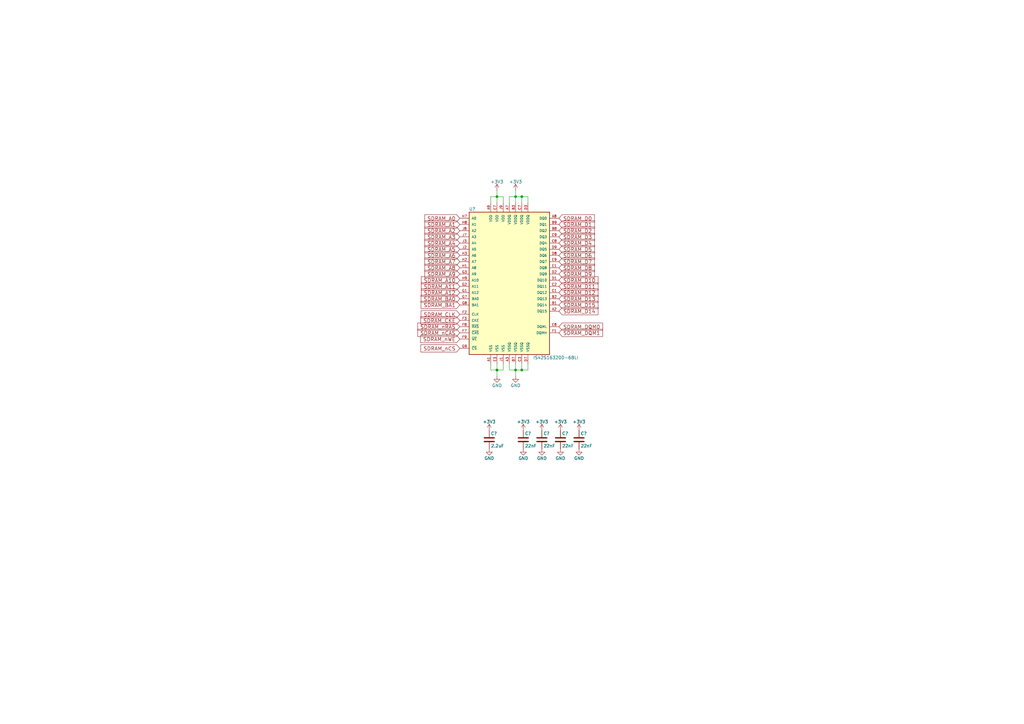
<source format=kicad_sch>
(kicad_sch (version 20231120) (generator "eeschema") (generator_version "8.0")
  (paper "A3")
  (title_block (title "${project_name}") (date "2025-04-05") (rev "${project_version}") (company "${project_creator}") (comment 1 "${project_license}") (comment 2 "Apache License 2.0"))
  (lib_symbols
    (symbol "Device:C" (pin_numbers hide) (pin_names (offset 0.254))
      (property "Reference" "C" (at 0.635 2.54 0))
      (property "Value" "C" (at 0.635 -2.54 0))
      (symbol "C_0_1"
        (polyline (pts (xy -2.032 -0.762) (xy 2.032 -0.762)) (stroke (width 0.508)))
        (polyline (pts (xy -2.032 0.762) (xy 2.032 0.762)) (stroke (width 0.508)))
      )
      (symbol "C_1_1"
        (pin passive line (at 0 3.81 270) (length 2.794) (name "~") (number "1"))
        (pin passive line (at 0 -3.81 90) (length 2.794) (name "~") (number "2"))
      )
    )
    (symbol "mt48lc16m16a2tg:IS42S16320D-6BLI" (pin_names (offset 1.016))
      (property "Reference" "U" (at -15.24 30.48 0))
      (property "Value" "IS42S16320D-6BLI" (at 16.51 -30.48 0))
      (symbol "IS42S16320D-6BLI_0_1"
        (rectangle (start -16.51 29.21) (end 16.51 -29.21) (stroke (width 0.254)) (fill (type background)))
      )
      (symbol "IS42S16320D-6BLI_1_1"
        (pin power_in line (at -7.62 -33.02 90) (length 3.81) (name "VSS") (number "A1"))
        (pin bidirectional line (at 20.32 -11.43 180) (length 3.81) (name "DQ15") (number "A2"))
        (pin power_in line (at 0 -33.02 90) (length 3.81) (name "VSSQ") (number "A3"))
        (pin power_in line (at 0 33.02 270) (length 3.81) (name "VDDQ") (number "A7"))
        (pin bidirectional line (at 20.32 26.67 180) (length 3.81) (name "DQ0") (number "A8"))
        (pin power_in line (at -7.62 33.02 270) (length 3.81) (name "VDD") (number "A9"))
        (pin bidirectional line (at 20.32 -8.89 180) (length 3.81) (name "DQ14") (number "B1"))
        (pin bidirectional line (at 20.32 -6.35 180) (length 3.81) (name "DQ13") (number "B2"))
        (pin power_in line (at 2.54 33.02 270) (length 3.81) (name "VDDQ") (number "B3"))
        (pin power_in line (at 2.54 -33.02 90) (length 3.81) (name "VSSQ") (number "B7"))
        (pin bidirectional line (at 20.32 21.59 180) (length 3.81) (name "DQ2") (number "B8"))
        (pin bidirectional line (at 20.32 24.13 180) (length 3.81) (name "DQ1") (number "B9"))
        (pin bidirectional line (at 20.32 -3.81 180) (length 3.81) (name "DQ12") (number "C1"))
        (pin bidirectional line (at 20.32 -1.27 180) (length 3.81) (name "DQ11") (number "C2"))
        (pin power_in line (at 5.08 -33.02 90) (length 3.81) (name "VSSQ") (number "C3"))
        (pin power_in line (at 5.08 33.02 270) (length 3.81) (name "VDDQ") (number "C7"))
        (pin bidirectional line (at 20.32 16.51 180) (length 3.81) (name "DQ4") (number "C8"))
        (pin bidirectional line (at 20.32 19.05 180) (length 3.81) (name "DQ3") (number "C9"))
        (pin bidirectional line (at 20.32 1.27 180) (length 3.81) (name "DQ10") (number "D1"))
        (pin bidirectional line (at 20.32 3.81 180) (length 3.81) (name "DQ9") (number "D2"))
        (pin power_in line (at 7.62 33.02 270) (length 3.81) (name "VDDQ") (number "D3"))
        (pin power_in line (at 7.62 -33.02 90) (length 3.81) (name "VSSQ") (number "D7"))
        (pin bidirectional line (at 20.32 11.43 180) (length 3.81) (name "DQ6") (number "D8"))
        (pin bidirectional line (at 20.32 13.97 180) (length 3.81) (name "DQ5") (number "D9"))
        (pin bidirectional line (at 20.32 6.35 180) (length 3.81) (name "DQ8") (number "E1"))
        (pin power_in line (at -5.08 -33.02 90) (length 3.81) (name "VSS") (number "E3"))
        (pin power_in line (at -5.08 33.02 270) (length 3.81) (name "VDD") (number "E7"))
        (pin input line (at 20.32 -17.78 180) (length 3.81) (name "DQML") (number "E8"))
        (pin bidirectional line (at 20.32 8.89 180) (length 3.81) (name "DQ7") (number "E9"))
        (pin input line (at 20.32 -20.32 180) (length 3.81) (name "DQMH") (number "F1"))
        (pin input line (at -20.32 -12.7 0) (length 3.81) (name "CLK") (number "F2"))
        (pin input line (at -20.32 -15.24 0) (length 3.81) (name "CKE") (number "F3"))
        (pin input line (at -20.32 -20.32 0) (length 3.81) (name "~{CAS}") (number "F7"))
        (pin input line (at -20.32 -17.78 0) (length 3.81) (name "~{RAS}") (number "F8"))
        (pin input line (at -20.32 -22.86 0) (length 3.81) (name "~{WE}") (number "F9"))
        (pin input line (at -20.32 -3.81 0) (length 3.81) (name "A12") (number "G1"))
        (pin input line (at -20.32 -1.27 0) (length 3.81) (name "A11") (number "G2"))
        (pin input line (at -20.32 3.81 0) (length 3.81) (name "A9") (number "G3"))
        (pin input line (at -20.32 -6.35 0) (length 3.81) (name "BA0") (number "G7"))
        (pin input line (at -20.32 -8.89 0) (length 3.81) (name "BA1") (number "G8"))
        (pin input line (at -20.32 -26.67 0) (length 3.81) (name "~{CS}") (number "G9"))
        (pin input line (at -20.32 6.35 0) (length 3.81) (name "A8") (number "H1"))
        (pin input line (at -20.32 8.89 0) (length 3.81) (name "A7") (number "H2"))
        (pin input line (at -20.32 11.43 0) (length 3.81) (name "A6") (number "H3"))
        (pin input line (at -20.32 26.67 0) (length 3.81) (name "A0") (number "H7"))
        (pin input line (at -20.32 24.13 0) (length 3.81) (name "A1") (number "H8"))
        (pin input line (at -20.32 1.27 0) (length 3.81) (name "A10") (number "H9"))
        (pin power_in line (at -2.54 -33.02 90) (length 3.81) (name "VSS") (number "J1"))
        (pin input line (at -20.32 13.97 0) (length 3.81) (name "A5") (number "J2"))
        (pin input line (at -20.32 16.51 0) (length 3.81) (name "A4") (number "J3"))
        (pin input line (at -20.32 19.05 0) (length 3.81) (name "A3") (number "J7"))
        (pin input line (at -20.32 21.59 0) (length 3.81) (name "A2") (number "J8"))
        (pin power_in line (at -2.54 33.02 270) (length 3.81) (name "VDD") (number "J9"))
      )
    )
    (symbol "ulx4m-rescue:+3V3-power" (power) (pin_names (offset 0))
      (property "Value" "power_+3V3" (at 0 3.556 0))
      (symbol "+3V3-power_0_1"
        (polyline (pts (xy -0.762 1.27) (xy 0 2.54)))
        (polyline (pts (xy 0 0) (xy 0 2.54)))
        (polyline (pts (xy 0 2.54) (xy 0.762 1.27)))
      )
      (symbol "+3V3-power_1_1"
        (pin power_in line (at 0 0 90) (length 0) hide (name "+3V3") (number "1"))
      )
    )
    (symbol "ulx4m-rescue:GND-power" (power) (pin_names (offset 0))
      (property "Value" "power_GND" (at 0 -3.81 0))
      (symbol "GND-power_0_1"
        (polyline (pts (xy 0 0) (xy 0 -1.27) (xy 1.27 -1.27) (xy 0 -2.54) (xy -1.27 -1.27) (xy 0 -1.27)))
      )
      (symbol "GND-power_1_1"
        (pin power_in line (at 0 0 270) (length 0) hide (name "GND") (number "1"))
      )
    )
  )
  (junction (at 203.835 80.645))
  (junction (at 213.995 151.765))
  (junction (at 203.835 151.765))
  (junction (at 211.455 151.765))
  (junction (at 213.995 80.645))
  (junction (at 211.455 80.645))
  (wire (pts (xy 208.915 80.645) (xy 211.455 80.645)))
  (wire (pts (xy 206.375 80.645) (xy 206.375 83.185)))
  (wire (pts (xy 203.835 80.645) (xy 206.375 80.645)))
  (wire (pts (xy 211.455 80.645) (xy 211.455 83.185)))
  (wire (pts (xy 211.455 151.765) (xy 213.995 151.765)))
  (wire (pts (xy 213.995 151.765) (xy 216.535 151.765)))
  (wire (pts (xy 208.915 149.225) (xy 208.915 151.765)))
  (wire (pts (xy 208.915 83.185) (xy 208.915 80.645)))
  (wire (pts (xy 211.455 78.105) (xy 211.455 80.645)))
  (wire (pts (xy 211.455 151.765) (xy 211.455 154.305)))
  (wire (pts (xy 216.535 151.765) (xy 216.535 149.225)))
  (wire (pts (xy 213.995 83.185) (xy 213.995 80.645)))
  (wire (pts (xy 211.455 80.645) (xy 213.995 80.645)))
  (wire (pts (xy 201.295 83.185) (xy 201.295 80.645)))
  (wire (pts (xy 201.295 151.765) (xy 203.835 151.765)))
  (wire (pts (xy 203.835 80.645) (xy 203.835 83.185)))
  (wire (pts (xy 203.835 78.105) (xy 203.835 80.645)))
  (wire (pts (xy 203.835 149.225) (xy 203.835 151.765)))
  (wire (pts (xy 206.375 151.765) (xy 206.375 149.225)))
  (wire (pts (xy 208.915 151.765) (xy 211.455 151.765)))
  (wire (pts (xy 211.455 149.225) (xy 211.455 151.765)))
  (wire (pts (xy 216.535 80.645) (xy 216.535 83.185)))
  (wire (pts (xy 201.295 80.645) (xy 203.835 80.645)))
  (wire (pts (xy 203.835 151.765) (xy 203.835 154.305)))
  (wire (pts (xy 213.995 80.645) (xy 216.535 80.645)))
  (wire (pts (xy 203.835 151.765) (xy 206.375 151.765)))
  (wire (pts (xy 201.295 149.225) (xy 201.295 151.765)))
  (wire (pts (xy 213.995 149.225) (xy 213.995 151.765)))
  (global_label "SDRAM_D4" (shape input) (at 229.235 99.695 0) (effects (font (size 1.524 1.524))) (property "Intersheetrefs" "${INTERSHEET_REFS}" (effects (hide yes))))
  (global_label "SDRAM_A12" (shape input) (at 188.595 120.015 180) (effects (font (size 1.524 1.524))) (property "Intersheetrefs" "${INTERSHEET_REFS}" (effects (hide yes))))
  (global_label "SDRAM_A2" (shape input) (at 188.595 94.615 180) (effects (font (size 1.524 1.524))) (property "Intersheetrefs" "${INTERSHEET_REFS}" (effects (hide yes))))
  (global_label "SDRAM_D14" (shape input) (at 229.235 127.635 0) (effects (font (size 1.524 1.524))) (property "Intersheetrefs" "${INTERSHEET_REFS}" (effects (hide yes))))
  (global_label "SDRAM_nWE" (shape input) (at 188.595 139.065 180) (effects (font (size 1.524 1.524))) (property "Intersheetrefs" "${INTERSHEET_REFS}" (effects (hide yes))))
  (global_label "SDRAM_BA0" (shape input) (at 188.595 122.555 180) (effects (font (size 1.524 1.524))) (property "Intersheetrefs" "${INTERSHEET_REFS}" (effects (hide yes))))
  (global_label "SDRAM_D2" (shape input) (at 229.235 94.615 0) (effects (font (size 1.524 1.524))) (property "Intersheetrefs" "${INTERSHEET_REFS}" (effects (hide yes))))
  (global_label "SDRAM_A0" (shape input) (at 188.595 89.535 180) (effects (font (size 1.524 1.524))) (property "Intersheetrefs" "${INTERSHEET_REFS}" (effects (hide yes))))
  (global_label "SDRAM_A6" (shape input) (at 188.595 104.775 180) (effects (font (size 1.524 1.524))) (property "Intersheetrefs" "${INTERSHEET_REFS}" (effects (hide yes))))
  (global_label "SDRAM_D8" (shape input) (at 229.235 109.855 0) (effects (font (size 1.524 1.524))) (property "Intersheetrefs" "${INTERSHEET_REFS}" (effects (hide yes))))
  (global_label "SDRAM_D0" (shape input) (at 229.235 89.535 0) (effects (font (size 1.524 1.524))) (property "Intersheetrefs" "${INTERSHEET_REFS}" (effects (hide yes))))
  (global_label "SDRAM_DQM1" (shape input) (at 229.235 136.525 0) (effects (font (size 1.524 1.524))) (property "Intersheetrefs" "${INTERSHEET_REFS}" (effects (hide yes))))
  (global_label "SDRAM_nRAS" (shape input) (at 188.595 133.985 180) (effects (font (size 1.524 1.524))) (property "Intersheetrefs" "${INTERSHEET_REFS}" (effects (hide yes))))
  (global_label "SDRAM_D11" (shape input) (at 229.235 117.475 0) (effects (font (size 1.524 1.524))) (property "Intersheetrefs" "${INTERSHEET_REFS}" (effects (hide yes))))
  (global_label "SDRAM_D10" (shape input) (at 229.235 114.935 0) (effects (font (size 1.524 1.524))) (property "Intersheetrefs" "${INTERSHEET_REFS}" (effects (hide yes))))
  (global_label "SDRAM_D15" (shape input) (at 229.235 125.095 0) (effects (font (size 1.524 1.524))) (property "Intersheetrefs" "${INTERSHEET_REFS}" (effects (hide yes))))
  (global_label "SDRAM_A1" (shape input) (at 188.595 92.075 180) (effects (font (size 1.524 1.524))) (property "Intersheetrefs" "${INTERSHEET_REFS}" (effects (hide yes))))
  (global_label "SDRAM_A3" (shape input) (at 188.595 97.155 180) (effects (font (size 1.524 1.524))) (property "Intersheetrefs" "${INTERSHEET_REFS}" (effects (hide yes))))
  (global_label "SDRAM_nCS" (shape input) (at 188.595 142.875 180) (effects (font (size 1.524 1.524))) (property "Intersheetrefs" "${INTERSHEET_REFS}" (effects (hide yes))))
  (global_label "SDRAM_A9" (shape input) (at 188.595 112.395 180) (effects (font (size 1.524 1.524))) (property "Intersheetrefs" "${INTERSHEET_REFS}" (effects (hide yes))))
  (global_label "SDRAM_A10" (shape input) (at 188.595 114.935 180) (effects (font (size 1.524 1.524))) (property "Intersheetrefs" "${INTERSHEET_REFS}" (effects (hide yes))))
  (global_label "SDRAM_A7" (shape input) (at 188.595 107.315 180) (effects (font (size 1.524 1.524))) (property "Intersheetrefs" "${INTERSHEET_REFS}" (effects (hide yes))))
  (global_label "SDRAM_D7" (shape input) (at 229.235 107.315 0) (effects (font (size 1.524 1.524))) (property "Intersheetrefs" "${INTERSHEET_REFS}" (effects (hide yes))))
  (global_label "SDRAM_A11" (shape input) (at 188.595 117.475 180) (effects (font (size 1.524 1.524))) (property "Intersheetrefs" "${INTERSHEET_REFS}" (effects (hide yes))))
  (global_label "SDRAM_CKE" (shape input) (at 188.595 131.445 180) (effects (font (size 1.524 1.524))) (property "Intersheetrefs" "${INTERSHEET_REFS}" (effects (hide yes))))
  (global_label "SDRAM_D6" (shape input) (at 229.235 104.775 0) (effects (font (size 1.524 1.524))) (property "Intersheetrefs" "${INTERSHEET_REFS}" (effects (hide yes))))
  (global_label "SDRAM_D1" (shape input) (at 229.235 92.075 0) (effects (font (size 1.524 1.524))) (property "Intersheetrefs" "${INTERSHEET_REFS}" (effects (hide yes))))
  (global_label "SDRAM_CLK" (shape input) (at 188.595 128.905 180) (effects (font (size 1.524 1.524))) (property "Intersheetrefs" "${INTERSHEET_REFS}" (effects (hide yes))))
  (global_label "SDRAM_D3" (shape input) (at 229.235 97.155 0) (effects (font (size 1.524 1.524))) (property "Intersheetrefs" "${INTERSHEET_REFS}" (effects (hide yes))))
  (global_label "SDRAM_A5" (shape input) (at 188.595 102.235 180) (effects (font (size 1.524 1.524))) (property "Intersheetrefs" "${INTERSHEET_REFS}" (effects (hide yes))))
  (global_label "SDRAM_D12" (shape input) (at 229.235 120.015 0) (effects (font (size 1.524 1.524))) (property "Intersheetrefs" "${INTERSHEET_REFS}" (effects (hide yes))))
  (global_label "SDRAM_A4" (shape input) (at 188.595 99.695 180) (effects (font (size 1.524 1.524))) (property "Intersheetrefs" "${INTERSHEET_REFS}" (effects (hide yes))))
  (global_label "SDRAM_D9" (shape input) (at 229.235 112.395 0) (effects (font (size 1.524 1.524))) (property "Intersheetrefs" "${INTERSHEET_REFS}" (effects (hide yes))))
  (global_label "SDRAM_nCAS" (shape input) (at 188.595 136.525 180) (effects (font (size 1.524 1.524))) (property "Intersheetrefs" "${INTERSHEET_REFS}" (effects (hide yes))))
  (global_label "SDRAM_D13" (shape input) (at 229.235 122.555 0) (effects (font (size 1.524 1.524))) (property "Intersheetrefs" "${INTERSHEET_REFS}" (effects (hide yes))))
  (global_label "SDRAM_BA1" (shape input) (at 188.595 125.095 180) (effects (font (size 1.524 1.524))) (property "Intersheetrefs" "${INTERSHEET_REFS}" (effects (hide yes))))
  (global_label "SDRAM_DQM0" (shape input) (at 229.235 133.985 0) (effects (font (size 1.524 1.524))) (property "Intersheetrefs" "${INTERSHEET_REFS}" (effects (hide yes))))
  (global_label "SDRAM_A8" (shape input) (at 188.595 109.855 180) (effects (font (size 1.524 1.524))) (property "Intersheetrefs" "${INTERSHEET_REFS}" (effects (hide yes))))
  (global_label "SDRAM_D5" (shape input) (at 229.235 102.235 0) (effects (font (size 1.524 1.524))) (property "Intersheetrefs" "${INTERSHEET_REFS}" (effects (hide yes))))
  (symbol (lib_id "Device:C") (at 200.66 180.34 0) (unit 1)
    (property "Reference" "C?" (at 201.295 177.8 0) (effects (justify left)))
    (property "Value" "2.2uF" (at 201.295 182.88 0) (effects (justify left)))
    (property "Footprint" "Capacitor_SMD:C_0603_1608Metric" (effects (hide yes)))
    (instances (project "" (path "" (reference "C?") (unit 1)) (path "" (reference "C78") (unit 1))))
  )
  (symbol (lib_id "ulx4m-rescue:GND-power") (at 200.66 184.15 0) (unit 1)
    (property "Reference" "#PWR?" (effects (hide yes)))
    (property "Value" "GND" (at 200.66 187.96 0))
    (instances (project "" (path "" (reference "#PWR?") (unit 1)) (path "" (reference "#PWR041") (unit 1))))
  )
  (symbol (lib_id "ulx4m-rescue:+3V3-power") (at 200.66 176.53 0) (unit 1)
    (property "Reference" "#PWR?" (effects (hide yes)))
    (property "Value" "+3V3" (at 200.66 172.974 0))
    (instances (project "" (path "" (reference "#PWR?") (unit 1)) (path "" (reference "#PWR033") (unit 1))))
  )
  (symbol (lib_id "Device:C") (at 214.63 180.34 0) (unit 1)
    (property "Reference" "C?" (at 215.265 177.8 0) (effects (justify left)))
    (property "Value" "22nF" (at 215.265 182.88 0) (effects (justify left)))
    (property "Footprint" "Capacitor_SMD:C_0402_1005Metric" (effects (hide yes)))
    (property "MPN" "CX0603MRX7R8BB223" (effects (hide yes)))
    (instances (project "" (path "" (reference "C?") (unit 1)) (path "" (reference "C79") (unit 1))))
  )
  (symbol (lib_id "ulx4m-rescue:GND-power") (at 214.63 184.15 0) (unit 1)
    (property "Reference" "#PWR?" (effects (hide yes)))
    (property "Value" "GND" (at 214.63 187.96 0))
    (instances (project "" (path "" (reference "#PWR?") (unit 1)) (path "" (reference "#PWR082") (unit 1))))
  )
  (symbol (lib_id "ulx4m-rescue:+3V3-power") (at 214.63 176.53 0) (unit 1)
    (property "Reference" "#PWR?" (effects (hide yes)))
    (property "Value" "+3V3" (at 214.63 172.974 0))
    (instances (project "" (path "" (reference "#PWR?") (unit 1)) (path "" (reference "#PWR081") (unit 1))))
  )
  (symbol (lib_id "Device:C") (at 222.25 180.34 0) (unit 1)
    (property "Reference" "C?" (at 222.885 177.8 0) (effects (justify left)))
    (property "Value" "22nF" (at 222.885 182.88 0) (effects (justify left)))
    (property "Footprint" "Capacitor_SMD:C_0402_1005Metric" (effects (hide yes)))
    (property "MPN" "CX0603MRX7R8BB223" (effects (hide yes)))
    (instances (project "" (path "" (reference "C?") (unit 1)) (path "" (reference "C80") (unit 1))))
  )
  (symbol (lib_id "ulx4m-rescue:GND-power") (at 222.25 184.15 0) (unit 1)
    (property "Reference" "#PWR?" (effects (hide yes)))
    (property "Value" "GND" (at 222.25 187.96 0))
    (instances (project "" (path "" (reference "#PWR?") (unit 1)) (path "" (reference "#PWR085") (unit 1))))
  )
  (symbol (lib_id "ulx4m-rescue:+3V3-power") (at 222.25 176.53 0) (unit 1)
    (property "Reference" "#PWR?" (effects (hide yes)))
    (property "Value" "+3V3" (at 222.25 172.974 0))
    (instances (project "" (path "" (reference "#PWR?") (unit 1)) (path "" (reference "#PWR084") (unit 1))))
  )
  (symbol (lib_id "Device:C") (at 229.87 180.34 0) (unit 1)
    (property "Reference" "C?" (at 230.505 177.8 0) (effects (justify left)))
    (property "Value" "22nF" (at 230.505 182.88 0) (effects (justify left)))
    (property "Footprint" "Capacitor_SMD:C_0402_1005Metric" (effects (hide yes)))
    (property "MPN" "CX0603MRX7R8BB223" (effects (hide yes)))
    (instances (project "" (path "" (reference "C?") (unit 1)) (path "" (reference "C81") (unit 1))))
  )
  (symbol (lib_id "ulx4m-rescue:GND-power") (at 229.87 184.15 0) (unit 1)
    (property "Reference" "#PWR?" (effects (hide yes)))
    (property "Value" "GND" (at 229.87 187.96 0))
    (instances (project "" (path "" (reference "#PWR?") (unit 1)) (path "" (reference "#PWR087") (unit 1))))
  )
  (symbol (lib_id "ulx4m-rescue:+3V3-power") (at 229.87 176.53 0) (unit 1)
    (property "Reference" "#PWR?" (effects (hide yes)))
    (property "Value" "+3V3" (at 229.87 172.974 0))
    (instances (project "" (path "" (reference "#PWR?") (unit 1)) (path "" (reference "#PWR086") (unit 1))))
  )
  (symbol (lib_id "Device:C") (at 237.49 180.34 0) (unit 1)
    (property "Reference" "C?" (at 238.125 177.8 0) (effects (justify left)))
    (property "Value" "22nF" (at 238.125 182.88 0) (effects (justify left)))
    (property "Footprint" "Capacitor_SMD:C_0603_1608Metric" (effects (hide yes)))
    (property "MPN" "CX0603MRX7R8BB223" (effects (hide yes)))
    (instances (project "" (path "" (reference "C?") (unit 1)) (path "" (reference "C82") (unit 1))))
  )
  (symbol (lib_id "ulx4m-rescue:GND-power") (at 237.49 184.15 0) (unit 1)
    (property "Reference" "#PWR?" (effects (hide yes)))
    (property "Value" "GND" (at 237.49 187.96 0))
    (instances (project "" (path "" (reference "#PWR?") (unit 1)) (path "" (reference "#PWR091") (unit 1))))
  )
  (symbol (lib_id "ulx4m-rescue:+3V3-power") (at 237.49 176.53 0) (unit 1)
    (property "Reference" "#PWR?" (effects (hide yes)))
    (property "Value" "+3V3" (at 237.49 172.974 0))
    (instances (project "" (path "" (reference "#PWR?") (unit 1)) (path "" (reference "#PWR090") (unit 1))))
  )
  (symbol (lib_id "ulx4m-rescue:GND-power") (at 203.835 154.305 0) (unit 1)
    (property "Reference" "#PWR?" (effects (hide yes)))
    (property "Value" "GND" (at 203.835 158.115 0))
    (instances (project "" (path "" (reference "#PWR?") (unit 1)) (path "" (reference "#PWR043") (unit 1))))
  )
  (symbol (lib_id "ulx4m-rescue:GND-power") (at 211.455 154.305 0) (unit 1)
    (property "Reference" "#PWR?" (effects (hide yes)))
    (property "Value" "GND" (at 211.455 158.115 0))
    (instances (project "" (path "" (reference "#PWR?") (unit 1)) (path "" (reference "#PWR063") (unit 1))))
  )
  (symbol (lib_id "mt48lc16m16a2tg:IS42S16320D-6BLI") (at 208.915 116.205 0) (unit 1)
    (property "Reference" "U?" (at 193.675 85.725 0))
    (property "Value" "IS42S16320D-6BLI" (at 227.965 146.685 0))
    (property "Footprint" "IS42S16320D:IS42S16320D-6BLI" (effects (hide yes)))
    (instances (project "" (path "" (reference "U?") (unit 1)) (path "" (reference "U2") (unit 1))))
  )
  (symbol (lib_id "ulx4m-rescue:+3V3-power") (at 211.455 78.105 0) (unit 1)
    (property "Reference" "#PWR?" (effects (hide yes)))
    (property "Value" "+3V3" (at 211.455 74.549 0))
    (instances (project "" (path "" (reference "#PWR?") (unit 1)) (path "" (reference "#PWR044") (unit 1))))
  )
  (symbol (lib_id "ulx4m-rescue:+3V3-power") (at 203.835 78.105 0) (unit 1)
    (property "Reference" "#PWR?" (effects (hide yes)))
    (property "Value" "+3V3" (at 203.835 74.549 0))
    (instances (project "" (path "" (reference "#PWR?") (unit 1)) (path "" (reference "#PWR042") (unit 1))))
  )
)
</source>
